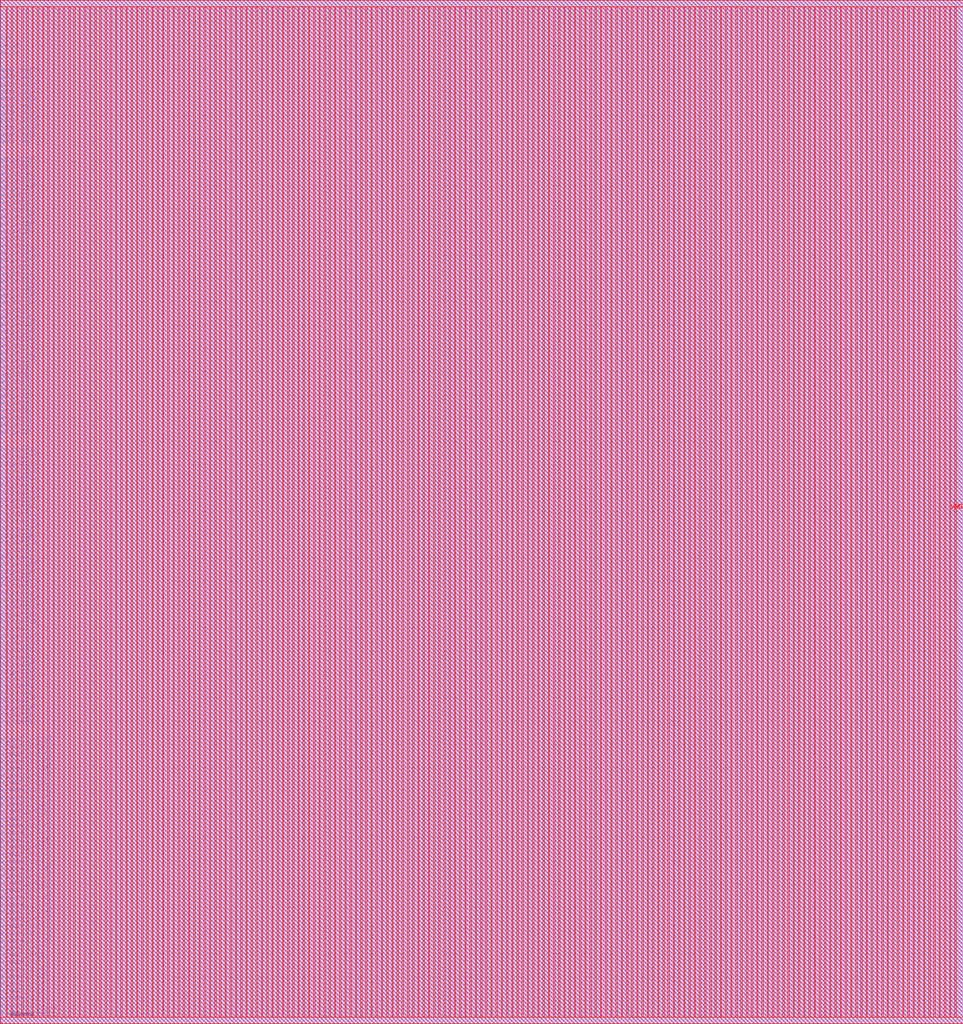
<source format=lef>
VERSION 5.7 ;
BUSBITCHARS "[]" ;
MACRO fakeram45_2048x39
  FOREIGN fakeram45_2048x39 0 0 ;
  SYMMETRY X Y R90 ;
  SIZE 206.910 BY 219.800 ;
  CLASS BLOCK ;
  PIN w_mask_in[0]
    DIRECTION INPUT ;
    USE SIGNAL ;
    SHAPE ABUTMENT ;
    PORT
      LAYER metal3 ;
      RECT 0.000 1.365 0.070 1.435 ;
    END
  END w_mask_in[0]
  PIN w_mask_in[1]
    DIRECTION INPUT ;
    USE SIGNAL ;
    SHAPE ABUTMENT ;
    PORT
      LAYER metal3 ;
      RECT 0.000 2.905 0.070 2.975 ;
    END
  END w_mask_in[1]
  PIN w_mask_in[2]
    DIRECTION INPUT ;
    USE SIGNAL ;
    SHAPE ABUTMENT ;
    PORT
      LAYER metal3 ;
      RECT 0.000 4.445 0.070 4.515 ;
    END
  END w_mask_in[2]
  PIN w_mask_in[3]
    DIRECTION INPUT ;
    USE SIGNAL ;
    SHAPE ABUTMENT ;
    PORT
      LAYER metal3 ;
      RECT 0.000 5.985 0.070 6.055 ;
    END
  END w_mask_in[3]
  PIN w_mask_in[4]
    DIRECTION INPUT ;
    USE SIGNAL ;
    SHAPE ABUTMENT ;
    PORT
      LAYER metal3 ;
      RECT 0.000 7.525 0.070 7.595 ;
    END
  END w_mask_in[4]
  PIN w_mask_in[5]
    DIRECTION INPUT ;
    USE SIGNAL ;
    SHAPE ABUTMENT ;
    PORT
      LAYER metal3 ;
      RECT 0.000 9.065 0.070 9.135 ;
    END
  END w_mask_in[5]
  PIN w_mask_in[6]
    DIRECTION INPUT ;
    USE SIGNAL ;
    SHAPE ABUTMENT ;
    PORT
      LAYER metal3 ;
      RECT 0.000 10.605 0.070 10.675 ;
    END
  END w_mask_in[6]
  PIN w_mask_in[7]
    DIRECTION INPUT ;
    USE SIGNAL ;
    SHAPE ABUTMENT ;
    PORT
      LAYER metal3 ;
      RECT 0.000 12.145 0.070 12.215 ;
    END
  END w_mask_in[7]
  PIN w_mask_in[8]
    DIRECTION INPUT ;
    USE SIGNAL ;
    SHAPE ABUTMENT ;
    PORT
      LAYER metal3 ;
      RECT 0.000 13.685 0.070 13.755 ;
    END
  END w_mask_in[8]
  PIN w_mask_in[9]
    DIRECTION INPUT ;
    USE SIGNAL ;
    SHAPE ABUTMENT ;
    PORT
      LAYER metal3 ;
      RECT 0.000 15.225 0.070 15.295 ;
    END
  END w_mask_in[9]
  PIN w_mask_in[10]
    DIRECTION INPUT ;
    USE SIGNAL ;
    SHAPE ABUTMENT ;
    PORT
      LAYER metal3 ;
      RECT 0.000 16.765 0.070 16.835 ;
    END
  END w_mask_in[10]
  PIN w_mask_in[11]
    DIRECTION INPUT ;
    USE SIGNAL ;
    SHAPE ABUTMENT ;
    PORT
      LAYER metal3 ;
      RECT 0.000 18.305 0.070 18.375 ;
    END
  END w_mask_in[11]
  PIN w_mask_in[12]
    DIRECTION INPUT ;
    USE SIGNAL ;
    SHAPE ABUTMENT ;
    PORT
      LAYER metal3 ;
      RECT 0.000 19.845 0.070 19.915 ;
    END
  END w_mask_in[12]
  PIN w_mask_in[13]
    DIRECTION INPUT ;
    USE SIGNAL ;
    SHAPE ABUTMENT ;
    PORT
      LAYER metal3 ;
      RECT 0.000 21.385 0.070 21.455 ;
    END
  END w_mask_in[13]
  PIN w_mask_in[14]
    DIRECTION INPUT ;
    USE SIGNAL ;
    SHAPE ABUTMENT ;
    PORT
      LAYER metal3 ;
      RECT 0.000 22.925 0.070 22.995 ;
    END
  END w_mask_in[14]
  PIN w_mask_in[15]
    DIRECTION INPUT ;
    USE SIGNAL ;
    SHAPE ABUTMENT ;
    PORT
      LAYER metal3 ;
      RECT 0.000 24.465 0.070 24.535 ;
    END
  END w_mask_in[15]
  PIN w_mask_in[16]
    DIRECTION INPUT ;
    USE SIGNAL ;
    SHAPE ABUTMENT ;
    PORT
      LAYER metal3 ;
      RECT 0.000 26.005 0.070 26.075 ;
    END
  END w_mask_in[16]
  PIN w_mask_in[17]
    DIRECTION INPUT ;
    USE SIGNAL ;
    SHAPE ABUTMENT ;
    PORT
      LAYER metal3 ;
      RECT 0.000 27.545 0.070 27.615 ;
    END
  END w_mask_in[17]
  PIN w_mask_in[18]
    DIRECTION INPUT ;
    USE SIGNAL ;
    SHAPE ABUTMENT ;
    PORT
      LAYER metal3 ;
      RECT 0.000 29.085 0.070 29.155 ;
    END
  END w_mask_in[18]
  PIN w_mask_in[19]
    DIRECTION INPUT ;
    USE SIGNAL ;
    SHAPE ABUTMENT ;
    PORT
      LAYER metal3 ;
      RECT 0.000 30.625 0.070 30.695 ;
    END
  END w_mask_in[19]
  PIN w_mask_in[20]
    DIRECTION INPUT ;
    USE SIGNAL ;
    SHAPE ABUTMENT ;
    PORT
      LAYER metal3 ;
      RECT 0.000 32.165 0.070 32.235 ;
    END
  END w_mask_in[20]
  PIN w_mask_in[21]
    DIRECTION INPUT ;
    USE SIGNAL ;
    SHAPE ABUTMENT ;
    PORT
      LAYER metal3 ;
      RECT 0.000 33.705 0.070 33.775 ;
    END
  END w_mask_in[21]
  PIN w_mask_in[22]
    DIRECTION INPUT ;
    USE SIGNAL ;
    SHAPE ABUTMENT ;
    PORT
      LAYER metal3 ;
      RECT 0.000 35.245 0.070 35.315 ;
    END
  END w_mask_in[22]
  PIN w_mask_in[23]
    DIRECTION INPUT ;
    USE SIGNAL ;
    SHAPE ABUTMENT ;
    PORT
      LAYER metal3 ;
      RECT 0.000 36.785 0.070 36.855 ;
    END
  END w_mask_in[23]
  PIN w_mask_in[24]
    DIRECTION INPUT ;
    USE SIGNAL ;
    SHAPE ABUTMENT ;
    PORT
      LAYER metal3 ;
      RECT 0.000 38.325 0.070 38.395 ;
    END
  END w_mask_in[24]
  PIN w_mask_in[25]
    DIRECTION INPUT ;
    USE SIGNAL ;
    SHAPE ABUTMENT ;
    PORT
      LAYER metal3 ;
      RECT 0.000 39.865 0.070 39.935 ;
    END
  END w_mask_in[25]
  PIN w_mask_in[26]
    DIRECTION INPUT ;
    USE SIGNAL ;
    SHAPE ABUTMENT ;
    PORT
      LAYER metal3 ;
      RECT 0.000 41.405 0.070 41.475 ;
    END
  END w_mask_in[26]
  PIN w_mask_in[27]
    DIRECTION INPUT ;
    USE SIGNAL ;
    SHAPE ABUTMENT ;
    PORT
      LAYER metal3 ;
      RECT 0.000 42.945 0.070 43.015 ;
    END
  END w_mask_in[27]
  PIN w_mask_in[28]
    DIRECTION INPUT ;
    USE SIGNAL ;
    SHAPE ABUTMENT ;
    PORT
      LAYER metal3 ;
      RECT 0.000 44.485 0.070 44.555 ;
    END
  END w_mask_in[28]
  PIN w_mask_in[29]
    DIRECTION INPUT ;
    USE SIGNAL ;
    SHAPE ABUTMENT ;
    PORT
      LAYER metal3 ;
      RECT 0.000 46.025 0.070 46.095 ;
    END
  END w_mask_in[29]
  PIN w_mask_in[30]
    DIRECTION INPUT ;
    USE SIGNAL ;
    SHAPE ABUTMENT ;
    PORT
      LAYER metal3 ;
      RECT 0.000 47.565 0.070 47.635 ;
    END
  END w_mask_in[30]
  PIN w_mask_in[31]
    DIRECTION INPUT ;
    USE SIGNAL ;
    SHAPE ABUTMENT ;
    PORT
      LAYER metal3 ;
      RECT 0.000 49.105 0.070 49.175 ;
    END
  END w_mask_in[31]
  PIN w_mask_in[32]
    DIRECTION INPUT ;
    USE SIGNAL ;
    SHAPE ABUTMENT ;
    PORT
      LAYER metal3 ;
      RECT 0.000 50.645 0.070 50.715 ;
    END
  END w_mask_in[32]
  PIN w_mask_in[33]
    DIRECTION INPUT ;
    USE SIGNAL ;
    SHAPE ABUTMENT ;
    PORT
      LAYER metal3 ;
      RECT 0.000 52.185 0.070 52.255 ;
    END
  END w_mask_in[33]
  PIN w_mask_in[34]
    DIRECTION INPUT ;
    USE SIGNAL ;
    SHAPE ABUTMENT ;
    PORT
      LAYER metal3 ;
      RECT 0.000 53.725 0.070 53.795 ;
    END
  END w_mask_in[34]
  PIN w_mask_in[35]
    DIRECTION INPUT ;
    USE SIGNAL ;
    SHAPE ABUTMENT ;
    PORT
      LAYER metal3 ;
      RECT 0.000 55.265 0.070 55.335 ;
    END
  END w_mask_in[35]
  PIN w_mask_in[36]
    DIRECTION INPUT ;
    USE SIGNAL ;
    SHAPE ABUTMENT ;
    PORT
      LAYER metal3 ;
      RECT 0.000 56.805 0.070 56.875 ;
    END
  END w_mask_in[36]
  PIN w_mask_in[37]
    DIRECTION INPUT ;
    USE SIGNAL ;
    SHAPE ABUTMENT ;
    PORT
      LAYER metal3 ;
      RECT 0.000 58.345 0.070 58.415 ;
    END
  END w_mask_in[37]
  PIN w_mask_in[38]
    DIRECTION INPUT ;
    USE SIGNAL ;
    SHAPE ABUTMENT ;
    PORT
      LAYER metal3 ;
      RECT 0.000 59.885 0.070 59.955 ;
    END
  END w_mask_in[38]
  PIN rd_out[0]
    DIRECTION OUTPUT ;
    USE SIGNAL ;
    SHAPE ABUTMENT ;
    PORT
      LAYER metal3 ;
      RECT 0.000 63.665 0.070 63.735 ;
    END
  END rd_out[0]
  PIN rd_out[1]
    DIRECTION OUTPUT ;
    USE SIGNAL ;
    SHAPE ABUTMENT ;
    PORT
      LAYER metal3 ;
      RECT 0.000 65.205 0.070 65.275 ;
    END
  END rd_out[1]
  PIN rd_out[2]
    DIRECTION OUTPUT ;
    USE SIGNAL ;
    SHAPE ABUTMENT ;
    PORT
      LAYER metal3 ;
      RECT 0.000 66.745 0.070 66.815 ;
    END
  END rd_out[2]
  PIN rd_out[3]
    DIRECTION OUTPUT ;
    USE SIGNAL ;
    SHAPE ABUTMENT ;
    PORT
      LAYER metal3 ;
      RECT 0.000 68.285 0.070 68.355 ;
    END
  END rd_out[3]
  PIN rd_out[4]
    DIRECTION OUTPUT ;
    USE SIGNAL ;
    SHAPE ABUTMENT ;
    PORT
      LAYER metal3 ;
      RECT 0.000 69.825 0.070 69.895 ;
    END
  END rd_out[4]
  PIN rd_out[5]
    DIRECTION OUTPUT ;
    USE SIGNAL ;
    SHAPE ABUTMENT ;
    PORT
      LAYER metal3 ;
      RECT 0.000 71.365 0.070 71.435 ;
    END
  END rd_out[5]
  PIN rd_out[6]
    DIRECTION OUTPUT ;
    USE SIGNAL ;
    SHAPE ABUTMENT ;
    PORT
      LAYER metal3 ;
      RECT 0.000 72.905 0.070 72.975 ;
    END
  END rd_out[6]
  PIN rd_out[7]
    DIRECTION OUTPUT ;
    USE SIGNAL ;
    SHAPE ABUTMENT ;
    PORT
      LAYER metal3 ;
      RECT 0.000 74.445 0.070 74.515 ;
    END
  END rd_out[7]
  PIN rd_out[8]
    DIRECTION OUTPUT ;
    USE SIGNAL ;
    SHAPE ABUTMENT ;
    PORT
      LAYER metal3 ;
      RECT 0.000 75.985 0.070 76.055 ;
    END
  END rd_out[8]
  PIN rd_out[9]
    DIRECTION OUTPUT ;
    USE SIGNAL ;
    SHAPE ABUTMENT ;
    PORT
      LAYER metal3 ;
      RECT 0.000 77.525 0.070 77.595 ;
    END
  END rd_out[9]
  PIN rd_out[10]
    DIRECTION OUTPUT ;
    USE SIGNAL ;
    SHAPE ABUTMENT ;
    PORT
      LAYER metal3 ;
      RECT 0.000 79.065 0.070 79.135 ;
    END
  END rd_out[10]
  PIN rd_out[11]
    DIRECTION OUTPUT ;
    USE SIGNAL ;
    SHAPE ABUTMENT ;
    PORT
      LAYER metal3 ;
      RECT 0.000 80.605 0.070 80.675 ;
    END
  END rd_out[11]
  PIN rd_out[12]
    DIRECTION OUTPUT ;
    USE SIGNAL ;
    SHAPE ABUTMENT ;
    PORT
      LAYER metal3 ;
      RECT 0.000 82.145 0.070 82.215 ;
    END
  END rd_out[12]
  PIN rd_out[13]
    DIRECTION OUTPUT ;
    USE SIGNAL ;
    SHAPE ABUTMENT ;
    PORT
      LAYER metal3 ;
      RECT 0.000 83.685 0.070 83.755 ;
    END
  END rd_out[13]
  PIN rd_out[14]
    DIRECTION OUTPUT ;
    USE SIGNAL ;
    SHAPE ABUTMENT ;
    PORT
      LAYER metal3 ;
      RECT 0.000 85.225 0.070 85.295 ;
    END
  END rd_out[14]
  PIN rd_out[15]
    DIRECTION OUTPUT ;
    USE SIGNAL ;
    SHAPE ABUTMENT ;
    PORT
      LAYER metal3 ;
      RECT 0.000 86.765 0.070 86.835 ;
    END
  END rd_out[15]
  PIN rd_out[16]
    DIRECTION OUTPUT ;
    USE SIGNAL ;
    SHAPE ABUTMENT ;
    PORT
      LAYER metal3 ;
      RECT 0.000 88.305 0.070 88.375 ;
    END
  END rd_out[16]
  PIN rd_out[17]
    DIRECTION OUTPUT ;
    USE SIGNAL ;
    SHAPE ABUTMENT ;
    PORT
      LAYER metal3 ;
      RECT 0.000 89.845 0.070 89.915 ;
    END
  END rd_out[17]
  PIN rd_out[18]
    DIRECTION OUTPUT ;
    USE SIGNAL ;
    SHAPE ABUTMENT ;
    PORT
      LAYER metal3 ;
      RECT 0.000 91.385 0.070 91.455 ;
    END
  END rd_out[18]
  PIN rd_out[19]
    DIRECTION OUTPUT ;
    USE SIGNAL ;
    SHAPE ABUTMENT ;
    PORT
      LAYER metal3 ;
      RECT 0.000 92.925 0.070 92.995 ;
    END
  END rd_out[19]
  PIN rd_out[20]
    DIRECTION OUTPUT ;
    USE SIGNAL ;
    SHAPE ABUTMENT ;
    PORT
      LAYER metal3 ;
      RECT 0.000 94.465 0.070 94.535 ;
    END
  END rd_out[20]
  PIN rd_out[21]
    DIRECTION OUTPUT ;
    USE SIGNAL ;
    SHAPE ABUTMENT ;
    PORT
      LAYER metal3 ;
      RECT 0.000 96.005 0.070 96.075 ;
    END
  END rd_out[21]
  PIN rd_out[22]
    DIRECTION OUTPUT ;
    USE SIGNAL ;
    SHAPE ABUTMENT ;
    PORT
      LAYER metal3 ;
      RECT 0.000 97.545 0.070 97.615 ;
    END
  END rd_out[22]
  PIN rd_out[23]
    DIRECTION OUTPUT ;
    USE SIGNAL ;
    SHAPE ABUTMENT ;
    PORT
      LAYER metal3 ;
      RECT 0.000 99.085 0.070 99.155 ;
    END
  END rd_out[23]
  PIN rd_out[24]
    DIRECTION OUTPUT ;
    USE SIGNAL ;
    SHAPE ABUTMENT ;
    PORT
      LAYER metal3 ;
      RECT 0.000 100.625 0.070 100.695 ;
    END
  END rd_out[24]
  PIN rd_out[25]
    DIRECTION OUTPUT ;
    USE SIGNAL ;
    SHAPE ABUTMENT ;
    PORT
      LAYER metal3 ;
      RECT 0.000 102.165 0.070 102.235 ;
    END
  END rd_out[25]
  PIN rd_out[26]
    DIRECTION OUTPUT ;
    USE SIGNAL ;
    SHAPE ABUTMENT ;
    PORT
      LAYER metal3 ;
      RECT 0.000 103.705 0.070 103.775 ;
    END
  END rd_out[26]
  PIN rd_out[27]
    DIRECTION OUTPUT ;
    USE SIGNAL ;
    SHAPE ABUTMENT ;
    PORT
      LAYER metal3 ;
      RECT 0.000 105.245 0.070 105.315 ;
    END
  END rd_out[27]
  PIN rd_out[28]
    DIRECTION OUTPUT ;
    USE SIGNAL ;
    SHAPE ABUTMENT ;
    PORT
      LAYER metal3 ;
      RECT 0.000 106.785 0.070 106.855 ;
    END
  END rd_out[28]
  PIN rd_out[29]
    DIRECTION OUTPUT ;
    USE SIGNAL ;
    SHAPE ABUTMENT ;
    PORT
      LAYER metal3 ;
      RECT 0.000 108.325 0.070 108.395 ;
    END
  END rd_out[29]
  PIN rd_out[30]
    DIRECTION OUTPUT ;
    USE SIGNAL ;
    SHAPE ABUTMENT ;
    PORT
      LAYER metal3 ;
      RECT 0.000 109.865 0.070 109.935 ;
    END
  END rd_out[30]
  PIN rd_out[31]
    DIRECTION OUTPUT ;
    USE SIGNAL ;
    SHAPE ABUTMENT ;
    PORT
      LAYER metal3 ;
      RECT 0.000 111.405 0.070 111.475 ;
    END
  END rd_out[31]
  PIN rd_out[32]
    DIRECTION OUTPUT ;
    USE SIGNAL ;
    SHAPE ABUTMENT ;
    PORT
      LAYER metal3 ;
      RECT 0.000 112.945 0.070 113.015 ;
    END
  END rd_out[32]
  PIN rd_out[33]
    DIRECTION OUTPUT ;
    USE SIGNAL ;
    SHAPE ABUTMENT ;
    PORT
      LAYER metal3 ;
      RECT 0.000 114.485 0.070 114.555 ;
    END
  END rd_out[33]
  PIN rd_out[34]
    DIRECTION OUTPUT ;
    USE SIGNAL ;
    SHAPE ABUTMENT ;
    PORT
      LAYER metal3 ;
      RECT 0.000 116.025 0.070 116.095 ;
    END
  END rd_out[34]
  PIN rd_out[35]
    DIRECTION OUTPUT ;
    USE SIGNAL ;
    SHAPE ABUTMENT ;
    PORT
      LAYER metal3 ;
      RECT 0.000 117.565 0.070 117.635 ;
    END
  END rd_out[35]
  PIN rd_out[36]
    DIRECTION OUTPUT ;
    USE SIGNAL ;
    SHAPE ABUTMENT ;
    PORT
      LAYER metal3 ;
      RECT 0.000 119.105 0.070 119.175 ;
    END
  END rd_out[36]
  PIN rd_out[37]
    DIRECTION OUTPUT ;
    USE SIGNAL ;
    SHAPE ABUTMENT ;
    PORT
      LAYER metal3 ;
      RECT 0.000 120.645 0.070 120.715 ;
    END
  END rd_out[37]
  PIN rd_out[38]
    DIRECTION OUTPUT ;
    USE SIGNAL ;
    SHAPE ABUTMENT ;
    PORT
      LAYER metal3 ;
      RECT 0.000 122.185 0.070 122.255 ;
    END
  END rd_out[38]
  PIN wd_in[0]
    DIRECTION INPUT ;
    USE SIGNAL ;
    SHAPE ABUTMENT ;
    PORT
      LAYER metal3 ;
      RECT 0.000 125.965 0.070 126.035 ;
    END
  END wd_in[0]
  PIN wd_in[1]
    DIRECTION INPUT ;
    USE SIGNAL ;
    SHAPE ABUTMENT ;
    PORT
      LAYER metal3 ;
      RECT 0.000 127.505 0.070 127.575 ;
    END
  END wd_in[1]
  PIN wd_in[2]
    DIRECTION INPUT ;
    USE SIGNAL ;
    SHAPE ABUTMENT ;
    PORT
      LAYER metal3 ;
      RECT 0.000 129.045 0.070 129.115 ;
    END
  END wd_in[2]
  PIN wd_in[3]
    DIRECTION INPUT ;
    USE SIGNAL ;
    SHAPE ABUTMENT ;
    PORT
      LAYER metal3 ;
      RECT 0.000 130.585 0.070 130.655 ;
    END
  END wd_in[3]
  PIN wd_in[4]
    DIRECTION INPUT ;
    USE SIGNAL ;
    SHAPE ABUTMENT ;
    PORT
      LAYER metal3 ;
      RECT 0.000 132.125 0.070 132.195 ;
    END
  END wd_in[4]
  PIN wd_in[5]
    DIRECTION INPUT ;
    USE SIGNAL ;
    SHAPE ABUTMENT ;
    PORT
      LAYER metal3 ;
      RECT 0.000 133.665 0.070 133.735 ;
    END
  END wd_in[5]
  PIN wd_in[6]
    DIRECTION INPUT ;
    USE SIGNAL ;
    SHAPE ABUTMENT ;
    PORT
      LAYER metal3 ;
      RECT 0.000 135.205 0.070 135.275 ;
    END
  END wd_in[6]
  PIN wd_in[7]
    DIRECTION INPUT ;
    USE SIGNAL ;
    SHAPE ABUTMENT ;
    PORT
      LAYER metal3 ;
      RECT 0.000 136.745 0.070 136.815 ;
    END
  END wd_in[7]
  PIN wd_in[8]
    DIRECTION INPUT ;
    USE SIGNAL ;
    SHAPE ABUTMENT ;
    PORT
      LAYER metal3 ;
      RECT 0.000 138.285 0.070 138.355 ;
    END
  END wd_in[8]
  PIN wd_in[9]
    DIRECTION INPUT ;
    USE SIGNAL ;
    SHAPE ABUTMENT ;
    PORT
      LAYER metal3 ;
      RECT 0.000 139.825 0.070 139.895 ;
    END
  END wd_in[9]
  PIN wd_in[10]
    DIRECTION INPUT ;
    USE SIGNAL ;
    SHAPE ABUTMENT ;
    PORT
      LAYER metal3 ;
      RECT 0.000 141.365 0.070 141.435 ;
    END
  END wd_in[10]
  PIN wd_in[11]
    DIRECTION INPUT ;
    USE SIGNAL ;
    SHAPE ABUTMENT ;
    PORT
      LAYER metal3 ;
      RECT 0.000 142.905 0.070 142.975 ;
    END
  END wd_in[11]
  PIN wd_in[12]
    DIRECTION INPUT ;
    USE SIGNAL ;
    SHAPE ABUTMENT ;
    PORT
      LAYER metal3 ;
      RECT 0.000 144.445 0.070 144.515 ;
    END
  END wd_in[12]
  PIN wd_in[13]
    DIRECTION INPUT ;
    USE SIGNAL ;
    SHAPE ABUTMENT ;
    PORT
      LAYER metal3 ;
      RECT 0.000 145.985 0.070 146.055 ;
    END
  END wd_in[13]
  PIN wd_in[14]
    DIRECTION INPUT ;
    USE SIGNAL ;
    SHAPE ABUTMENT ;
    PORT
      LAYER metal3 ;
      RECT 0.000 147.525 0.070 147.595 ;
    END
  END wd_in[14]
  PIN wd_in[15]
    DIRECTION INPUT ;
    USE SIGNAL ;
    SHAPE ABUTMENT ;
    PORT
      LAYER metal3 ;
      RECT 0.000 149.065 0.070 149.135 ;
    END
  END wd_in[15]
  PIN wd_in[16]
    DIRECTION INPUT ;
    USE SIGNAL ;
    SHAPE ABUTMENT ;
    PORT
      LAYER metal3 ;
      RECT 0.000 150.605 0.070 150.675 ;
    END
  END wd_in[16]
  PIN wd_in[17]
    DIRECTION INPUT ;
    USE SIGNAL ;
    SHAPE ABUTMENT ;
    PORT
      LAYER metal3 ;
      RECT 0.000 152.145 0.070 152.215 ;
    END
  END wd_in[17]
  PIN wd_in[18]
    DIRECTION INPUT ;
    USE SIGNAL ;
    SHAPE ABUTMENT ;
    PORT
      LAYER metal3 ;
      RECT 0.000 153.685 0.070 153.755 ;
    END
  END wd_in[18]
  PIN wd_in[19]
    DIRECTION INPUT ;
    USE SIGNAL ;
    SHAPE ABUTMENT ;
    PORT
      LAYER metal3 ;
      RECT 0.000 155.225 0.070 155.295 ;
    END
  END wd_in[19]
  PIN wd_in[20]
    DIRECTION INPUT ;
    USE SIGNAL ;
    SHAPE ABUTMENT ;
    PORT
      LAYER metal3 ;
      RECT 0.000 156.765 0.070 156.835 ;
    END
  END wd_in[20]
  PIN wd_in[21]
    DIRECTION INPUT ;
    USE SIGNAL ;
    SHAPE ABUTMENT ;
    PORT
      LAYER metal3 ;
      RECT 0.000 158.305 0.070 158.375 ;
    END
  END wd_in[21]
  PIN wd_in[22]
    DIRECTION INPUT ;
    USE SIGNAL ;
    SHAPE ABUTMENT ;
    PORT
      LAYER metal3 ;
      RECT 0.000 159.845 0.070 159.915 ;
    END
  END wd_in[22]
  PIN wd_in[23]
    DIRECTION INPUT ;
    USE SIGNAL ;
    SHAPE ABUTMENT ;
    PORT
      LAYER metal3 ;
      RECT 0.000 161.385 0.070 161.455 ;
    END
  END wd_in[23]
  PIN wd_in[24]
    DIRECTION INPUT ;
    USE SIGNAL ;
    SHAPE ABUTMENT ;
    PORT
      LAYER metal3 ;
      RECT 0.000 162.925 0.070 162.995 ;
    END
  END wd_in[24]
  PIN wd_in[25]
    DIRECTION INPUT ;
    USE SIGNAL ;
    SHAPE ABUTMENT ;
    PORT
      LAYER metal3 ;
      RECT 0.000 164.465 0.070 164.535 ;
    END
  END wd_in[25]
  PIN wd_in[26]
    DIRECTION INPUT ;
    USE SIGNAL ;
    SHAPE ABUTMENT ;
    PORT
      LAYER metal3 ;
      RECT 0.000 166.005 0.070 166.075 ;
    END
  END wd_in[26]
  PIN wd_in[27]
    DIRECTION INPUT ;
    USE SIGNAL ;
    SHAPE ABUTMENT ;
    PORT
      LAYER metal3 ;
      RECT 0.000 167.545 0.070 167.615 ;
    END
  END wd_in[27]
  PIN wd_in[28]
    DIRECTION INPUT ;
    USE SIGNAL ;
    SHAPE ABUTMENT ;
    PORT
      LAYER metal3 ;
      RECT 0.000 169.085 0.070 169.155 ;
    END
  END wd_in[28]
  PIN wd_in[29]
    DIRECTION INPUT ;
    USE SIGNAL ;
    SHAPE ABUTMENT ;
    PORT
      LAYER metal3 ;
      RECT 0.000 170.625 0.070 170.695 ;
    END
  END wd_in[29]
  PIN wd_in[30]
    DIRECTION INPUT ;
    USE SIGNAL ;
    SHAPE ABUTMENT ;
    PORT
      LAYER metal3 ;
      RECT 0.000 172.165 0.070 172.235 ;
    END
  END wd_in[30]
  PIN wd_in[31]
    DIRECTION INPUT ;
    USE SIGNAL ;
    SHAPE ABUTMENT ;
    PORT
      LAYER metal3 ;
      RECT 0.000 173.705 0.070 173.775 ;
    END
  END wd_in[31]
  PIN wd_in[32]
    DIRECTION INPUT ;
    USE SIGNAL ;
    SHAPE ABUTMENT ;
    PORT
      LAYER metal3 ;
      RECT 0.000 175.245 0.070 175.315 ;
    END
  END wd_in[32]
  PIN wd_in[33]
    DIRECTION INPUT ;
    USE SIGNAL ;
    SHAPE ABUTMENT ;
    PORT
      LAYER metal3 ;
      RECT 0.000 176.785 0.070 176.855 ;
    END
  END wd_in[33]
  PIN wd_in[34]
    DIRECTION INPUT ;
    USE SIGNAL ;
    SHAPE ABUTMENT ;
    PORT
      LAYER metal3 ;
      RECT 0.000 178.325 0.070 178.395 ;
    END
  END wd_in[34]
  PIN wd_in[35]
    DIRECTION INPUT ;
    USE SIGNAL ;
    SHAPE ABUTMENT ;
    PORT
      LAYER metal3 ;
      RECT 0.000 179.865 0.070 179.935 ;
    END
  END wd_in[35]
  PIN wd_in[36]
    DIRECTION INPUT ;
    USE SIGNAL ;
    SHAPE ABUTMENT ;
    PORT
      LAYER metal3 ;
      RECT 0.000 181.405 0.070 181.475 ;
    END
  END wd_in[36]
  PIN wd_in[37]
    DIRECTION INPUT ;
    USE SIGNAL ;
    SHAPE ABUTMENT ;
    PORT
      LAYER metal3 ;
      RECT 0.000 182.945 0.070 183.015 ;
    END
  END wd_in[37]
  PIN wd_in[38]
    DIRECTION INPUT ;
    USE SIGNAL ;
    SHAPE ABUTMENT ;
    PORT
      LAYER metal3 ;
      RECT 0.000 184.485 0.070 184.555 ;
    END
  END wd_in[38]
  PIN addr_in[0]
    DIRECTION INPUT ;
    USE SIGNAL ;
    SHAPE ABUTMENT ;
    PORT
      LAYER metal3 ;
      RECT 0.000 188.265 0.070 188.335 ;
    END
  END addr_in[0]
  PIN addr_in[1]
    DIRECTION INPUT ;
    USE SIGNAL ;
    SHAPE ABUTMENT ;
    PORT
      LAYER metal3 ;
      RECT 0.000 189.805 0.070 189.875 ;
    END
  END addr_in[1]
  PIN addr_in[2]
    DIRECTION INPUT ;
    USE SIGNAL ;
    SHAPE ABUTMENT ;
    PORT
      LAYER metal3 ;
      RECT 0.000 191.345 0.070 191.415 ;
    END
  END addr_in[2]
  PIN addr_in[3]
    DIRECTION INPUT ;
    USE SIGNAL ;
    SHAPE ABUTMENT ;
    PORT
      LAYER metal3 ;
      RECT 0.000 192.885 0.070 192.955 ;
    END
  END addr_in[3]
  PIN addr_in[4]
    DIRECTION INPUT ;
    USE SIGNAL ;
    SHAPE ABUTMENT ;
    PORT
      LAYER metal3 ;
      RECT 0.000 194.425 0.070 194.495 ;
    END
  END addr_in[4]
  PIN addr_in[5]
    DIRECTION INPUT ;
    USE SIGNAL ;
    SHAPE ABUTMENT ;
    PORT
      LAYER metal3 ;
      RECT 0.000 195.965 0.070 196.035 ;
    END
  END addr_in[5]
  PIN addr_in[6]
    DIRECTION INPUT ;
    USE SIGNAL ;
    SHAPE ABUTMENT ;
    PORT
      LAYER metal3 ;
      RECT 0.000 197.505 0.070 197.575 ;
    END
  END addr_in[6]
  PIN addr_in[7]
    DIRECTION INPUT ;
    USE SIGNAL ;
    SHAPE ABUTMENT ;
    PORT
      LAYER metal3 ;
      RECT 0.000 199.045 0.070 199.115 ;
    END
  END addr_in[7]
  PIN addr_in[8]
    DIRECTION INPUT ;
    USE SIGNAL ;
    SHAPE ABUTMENT ;
    PORT
      LAYER metal3 ;
      RECT 0.000 200.585 0.070 200.655 ;
    END
  END addr_in[8]
  PIN addr_in[9]
    DIRECTION INPUT ;
    USE SIGNAL ;
    SHAPE ABUTMENT ;
    PORT
      LAYER metal3 ;
      RECT 0.000 202.125 0.070 202.195 ;
    END
  END addr_in[9]
  PIN addr_in[10]
    DIRECTION INPUT ;
    USE SIGNAL ;
    SHAPE ABUTMENT ;
    PORT
      LAYER metal3 ;
      RECT 0.000 203.665 0.070 203.735 ;
    END
  END addr_in[10]
  PIN we_in
    DIRECTION INPUT ;
    USE SIGNAL ;
    SHAPE ABUTMENT ;
    PORT
      LAYER metal3 ;
      RECT 0.000 207.445 0.070 207.515 ;
    END
  END we_in
  PIN ce_in
    DIRECTION INPUT ;
    USE SIGNAL ;
    SHAPE ABUTMENT ;
    PORT
      LAYER metal3 ;
      RECT 0.000 208.985 0.070 209.055 ;
    END
  END ce_in
  PIN clk
    DIRECTION INPUT ;
    USE SIGNAL ;
    SHAPE ABUTMENT ;
    PORT
      LAYER metal3 ;
      RECT 0.000 210.525 0.070 210.595 ;
    END
  END clk
  PIN VSS
    DIRECTION INOUT ;
    USE GROUND ;
    PORT
      LAYER metal4 ;
      RECT 1.260 1.400 1.540 218.400 ;
      RECT 3.500 1.400 3.780 218.400 ;
      RECT 5.740 1.400 6.020 218.400 ;
      RECT 7.980 1.400 8.260 218.400 ;
      RECT 10.220 1.400 10.500 218.400 ;
      RECT 12.460 1.400 12.740 218.400 ;
      RECT 14.700 1.400 14.980 218.400 ;
      RECT 16.940 1.400 17.220 218.400 ;
      RECT 19.180 1.400 19.460 218.400 ;
      RECT 21.420 1.400 21.700 218.400 ;
      RECT 23.660 1.400 23.940 218.400 ;
      RECT 25.900 1.400 26.180 218.400 ;
      RECT 28.140 1.400 28.420 218.400 ;
      RECT 30.380 1.400 30.660 218.400 ;
      RECT 32.620 1.400 32.900 218.400 ;
      RECT 34.860 1.400 35.140 218.400 ;
      RECT 37.100 1.400 37.380 218.400 ;
      RECT 39.340 1.400 39.620 218.400 ;
      RECT 41.580 1.400 41.860 218.400 ;
      RECT 43.820 1.400 44.100 218.400 ;
      RECT 46.060 1.400 46.340 218.400 ;
      RECT 48.300 1.400 48.580 218.400 ;
      RECT 50.540 1.400 50.820 218.400 ;
      RECT 52.780 1.400 53.060 218.400 ;
      RECT 55.020 1.400 55.300 218.400 ;
      RECT 57.260 1.400 57.540 218.400 ;
      RECT 59.500 1.400 59.780 218.400 ;
      RECT 61.740 1.400 62.020 218.400 ;
      RECT 63.980 1.400 64.260 218.400 ;
      RECT 66.220 1.400 66.500 218.400 ;
      RECT 68.460 1.400 68.740 218.400 ;
      RECT 70.700 1.400 70.980 218.400 ;
      RECT 72.940 1.400 73.220 218.400 ;
      RECT 75.180 1.400 75.460 218.400 ;
      RECT 77.420 1.400 77.700 218.400 ;
      RECT 79.660 1.400 79.940 218.400 ;
      RECT 81.900 1.400 82.180 218.400 ;
      RECT 84.140 1.400 84.420 218.400 ;
      RECT 86.380 1.400 86.660 218.400 ;
      RECT 88.620 1.400 88.900 218.400 ;
      RECT 90.860 1.400 91.140 218.400 ;
      RECT 93.100 1.400 93.380 218.400 ;
      RECT 95.340 1.400 95.620 218.400 ;
      RECT 97.580 1.400 97.860 218.400 ;
      RECT 99.820 1.400 100.100 218.400 ;
      RECT 102.060 1.400 102.340 218.400 ;
      RECT 104.300 1.400 104.580 218.400 ;
      RECT 106.540 1.400 106.820 218.400 ;
      RECT 108.780 1.400 109.060 218.400 ;
      RECT 111.020 1.400 111.300 218.400 ;
      RECT 113.260 1.400 113.540 218.400 ;
      RECT 115.500 1.400 115.780 218.400 ;
      RECT 117.740 1.400 118.020 218.400 ;
      RECT 119.980 1.400 120.260 218.400 ;
      RECT 122.220 1.400 122.500 218.400 ;
      RECT 124.460 1.400 124.740 218.400 ;
      RECT 126.700 1.400 126.980 218.400 ;
      RECT 128.940 1.400 129.220 218.400 ;
      RECT 131.180 1.400 131.460 218.400 ;
      RECT 133.420 1.400 133.700 218.400 ;
      RECT 135.660 1.400 135.940 218.400 ;
      RECT 137.900 1.400 138.180 218.400 ;
      RECT 140.140 1.400 140.420 218.400 ;
      RECT 142.380 1.400 142.660 218.400 ;
      RECT 144.620 1.400 144.900 218.400 ;
      RECT 146.860 1.400 147.140 218.400 ;
      RECT 149.100 1.400 149.380 218.400 ;
      RECT 151.340 1.400 151.620 218.400 ;
      RECT 153.580 1.400 153.860 218.400 ;
      RECT 155.820 1.400 156.100 218.400 ;
      RECT 158.060 1.400 158.340 218.400 ;
      RECT 160.300 1.400 160.580 218.400 ;
      RECT 162.540 1.400 162.820 218.400 ;
      RECT 164.780 1.400 165.060 218.400 ;
      RECT 167.020 1.400 167.300 218.400 ;
      RECT 169.260 1.400 169.540 218.400 ;
      RECT 171.500 1.400 171.780 218.400 ;
      RECT 173.740 1.400 174.020 218.400 ;
      RECT 175.980 1.400 176.260 218.400 ;
      RECT 178.220 1.400 178.500 218.400 ;
      RECT 180.460 1.400 180.740 218.400 ;
      RECT 182.700 1.400 182.980 218.400 ;
      RECT 184.940 1.400 185.220 218.400 ;
      RECT 187.180 1.400 187.460 218.400 ;
      RECT 189.420 1.400 189.700 218.400 ;
      RECT 191.660 1.400 191.940 218.400 ;
      RECT 193.900 1.400 194.180 218.400 ;
      RECT 196.140 1.400 196.420 218.400 ;
      RECT 198.380 1.400 198.660 218.400 ;
      RECT 200.620 1.400 200.900 218.400 ;
      RECT 202.860 1.400 203.140 218.400 ;
      RECT 205.100 1.400 205.380 218.400 ;
    END
  END VSS
  PIN VDD
    DIRECTION INOUT ;
    USE POWER ;
    PORT
      LAYER metal4 ;
      RECT 2.380 1.400 2.660 218.400 ;
      RECT 4.620 1.400 4.900 218.400 ;
      RECT 6.860 1.400 7.140 218.400 ;
      RECT 9.100 1.400 9.380 218.400 ;
      RECT 11.340 1.400 11.620 218.400 ;
      RECT 13.580 1.400 13.860 218.400 ;
      RECT 15.820 1.400 16.100 218.400 ;
      RECT 18.060 1.400 18.340 218.400 ;
      RECT 20.300 1.400 20.580 218.400 ;
      RECT 22.540 1.400 22.820 218.400 ;
      RECT 24.780 1.400 25.060 218.400 ;
      RECT 27.020 1.400 27.300 218.400 ;
      RECT 29.260 1.400 29.540 218.400 ;
      RECT 31.500 1.400 31.780 218.400 ;
      RECT 33.740 1.400 34.020 218.400 ;
      RECT 35.980 1.400 36.260 218.400 ;
      RECT 38.220 1.400 38.500 218.400 ;
      RECT 40.460 1.400 40.740 218.400 ;
      RECT 42.700 1.400 42.980 218.400 ;
      RECT 44.940 1.400 45.220 218.400 ;
      RECT 47.180 1.400 47.460 218.400 ;
      RECT 49.420 1.400 49.700 218.400 ;
      RECT 51.660 1.400 51.940 218.400 ;
      RECT 53.900 1.400 54.180 218.400 ;
      RECT 56.140 1.400 56.420 218.400 ;
      RECT 58.380 1.400 58.660 218.400 ;
      RECT 60.620 1.400 60.900 218.400 ;
      RECT 62.860 1.400 63.140 218.400 ;
      RECT 65.100 1.400 65.380 218.400 ;
      RECT 67.340 1.400 67.620 218.400 ;
      RECT 69.580 1.400 69.860 218.400 ;
      RECT 71.820 1.400 72.100 218.400 ;
      RECT 74.060 1.400 74.340 218.400 ;
      RECT 76.300 1.400 76.580 218.400 ;
      RECT 78.540 1.400 78.820 218.400 ;
      RECT 80.780 1.400 81.060 218.400 ;
      RECT 83.020 1.400 83.300 218.400 ;
      RECT 85.260 1.400 85.540 218.400 ;
      RECT 87.500 1.400 87.780 218.400 ;
      RECT 89.740 1.400 90.020 218.400 ;
      RECT 91.980 1.400 92.260 218.400 ;
      RECT 94.220 1.400 94.500 218.400 ;
      RECT 96.460 1.400 96.740 218.400 ;
      RECT 98.700 1.400 98.980 218.400 ;
      RECT 100.940 1.400 101.220 218.400 ;
      RECT 103.180 1.400 103.460 218.400 ;
      RECT 105.420 1.400 105.700 218.400 ;
      RECT 107.660 1.400 107.940 218.400 ;
      RECT 109.900 1.400 110.180 218.400 ;
      RECT 112.140 1.400 112.420 218.400 ;
      RECT 114.380 1.400 114.660 218.400 ;
      RECT 116.620 1.400 116.900 218.400 ;
      RECT 118.860 1.400 119.140 218.400 ;
      RECT 121.100 1.400 121.380 218.400 ;
      RECT 123.340 1.400 123.620 218.400 ;
      RECT 125.580 1.400 125.860 218.400 ;
      RECT 127.820 1.400 128.100 218.400 ;
      RECT 130.060 1.400 130.340 218.400 ;
      RECT 132.300 1.400 132.580 218.400 ;
      RECT 134.540 1.400 134.820 218.400 ;
      RECT 136.780 1.400 137.060 218.400 ;
      RECT 139.020 1.400 139.300 218.400 ;
      RECT 141.260 1.400 141.540 218.400 ;
      RECT 143.500 1.400 143.780 218.400 ;
      RECT 145.740 1.400 146.020 218.400 ;
      RECT 147.980 1.400 148.260 218.400 ;
      RECT 150.220 1.400 150.500 218.400 ;
      RECT 152.460 1.400 152.740 218.400 ;
      RECT 154.700 1.400 154.980 218.400 ;
      RECT 156.940 1.400 157.220 218.400 ;
      RECT 159.180 1.400 159.460 218.400 ;
      RECT 161.420 1.400 161.700 218.400 ;
      RECT 163.660 1.400 163.940 218.400 ;
      RECT 165.900 1.400 166.180 218.400 ;
      RECT 168.140 1.400 168.420 218.400 ;
      RECT 170.380 1.400 170.660 218.400 ;
      RECT 172.620 1.400 172.900 218.400 ;
      RECT 174.860 1.400 175.140 218.400 ;
      RECT 177.100 1.400 177.380 218.400 ;
      RECT 179.340 1.400 179.620 218.400 ;
      RECT 181.580 1.400 181.860 218.400 ;
      RECT 183.820 1.400 184.100 218.400 ;
      RECT 186.060 1.400 186.340 218.400 ;
      RECT 188.300 1.400 188.580 218.400 ;
      RECT 190.540 1.400 190.820 218.400 ;
      RECT 192.780 1.400 193.060 218.400 ;
      RECT 195.020 1.400 195.300 218.400 ;
      RECT 197.260 1.400 197.540 218.400 ;
      RECT 199.500 1.400 199.780 218.400 ;
      RECT 201.740 1.400 202.020 218.400 ;
      RECT 203.980 1.400 204.260 218.400 ;
    END
  END VDD
  OBS
    LAYER metal1 ;
    RECT 0 0 206.910 219.800 ;
    LAYER metal2 ;
    RECT 0 0 206.910 219.800 ;
    LAYER metal3 ;
    RECT 0.070 0 206.910 219.800 ;
    RECT 0 0.000 0.070 1.365 ;
    RECT 0 1.435 0.070 2.905 ;
    RECT 0 2.975 0.070 4.445 ;
    RECT 0 4.515 0.070 5.985 ;
    RECT 0 6.055 0.070 7.525 ;
    RECT 0 7.595 0.070 9.065 ;
    RECT 0 9.135 0.070 10.605 ;
    RECT 0 10.675 0.070 12.145 ;
    RECT 0 12.215 0.070 13.685 ;
    RECT 0 13.755 0.070 15.225 ;
    RECT 0 15.295 0.070 16.765 ;
    RECT 0 16.835 0.070 18.305 ;
    RECT 0 18.375 0.070 19.845 ;
    RECT 0 19.915 0.070 21.385 ;
    RECT 0 21.455 0.070 22.925 ;
    RECT 0 22.995 0.070 24.465 ;
    RECT 0 24.535 0.070 26.005 ;
    RECT 0 26.075 0.070 27.545 ;
    RECT 0 27.615 0.070 29.085 ;
    RECT 0 29.155 0.070 30.625 ;
    RECT 0 30.695 0.070 32.165 ;
    RECT 0 32.235 0.070 33.705 ;
    RECT 0 33.775 0.070 35.245 ;
    RECT 0 35.315 0.070 36.785 ;
    RECT 0 36.855 0.070 38.325 ;
    RECT 0 38.395 0.070 39.865 ;
    RECT 0 39.935 0.070 41.405 ;
    RECT 0 41.475 0.070 42.945 ;
    RECT 0 43.015 0.070 44.485 ;
    RECT 0 44.555 0.070 46.025 ;
    RECT 0 46.095 0.070 47.565 ;
    RECT 0 47.635 0.070 49.105 ;
    RECT 0 49.175 0.070 50.645 ;
    RECT 0 50.715 0.070 52.185 ;
    RECT 0 52.255 0.070 53.725 ;
    RECT 0 53.795 0.070 55.265 ;
    RECT 0 55.335 0.070 56.805 ;
    RECT 0 56.875 0.070 58.345 ;
    RECT 0 58.415 0.070 59.885 ;
    RECT 0 59.955 0.070 63.665 ;
    RECT 0 63.735 0.070 65.205 ;
    RECT 0 65.275 0.070 66.745 ;
    RECT 0 66.815 0.070 68.285 ;
    RECT 0 68.355 0.070 69.825 ;
    RECT 0 69.895 0.070 71.365 ;
    RECT 0 71.435 0.070 72.905 ;
    RECT 0 72.975 0.070 74.445 ;
    RECT 0 74.515 0.070 75.985 ;
    RECT 0 76.055 0.070 77.525 ;
    RECT 0 77.595 0.070 79.065 ;
    RECT 0 79.135 0.070 80.605 ;
    RECT 0 80.675 0.070 82.145 ;
    RECT 0 82.215 0.070 83.685 ;
    RECT 0 83.755 0.070 85.225 ;
    RECT 0 85.295 0.070 86.765 ;
    RECT 0 86.835 0.070 88.305 ;
    RECT 0 88.375 0.070 89.845 ;
    RECT 0 89.915 0.070 91.385 ;
    RECT 0 91.455 0.070 92.925 ;
    RECT 0 92.995 0.070 94.465 ;
    RECT 0 94.535 0.070 96.005 ;
    RECT 0 96.075 0.070 97.545 ;
    RECT 0 97.615 0.070 99.085 ;
    RECT 0 99.155 0.070 100.625 ;
    RECT 0 100.695 0.070 102.165 ;
    RECT 0 102.235 0.070 103.705 ;
    RECT 0 103.775 0.070 105.245 ;
    RECT 0 105.315 0.070 106.785 ;
    RECT 0 106.855 0.070 108.325 ;
    RECT 0 108.395 0.070 109.865 ;
    RECT 0 109.935 0.070 111.405 ;
    RECT 0 111.475 0.070 112.945 ;
    RECT 0 113.015 0.070 114.485 ;
    RECT 0 114.555 0.070 116.025 ;
    RECT 0 116.095 0.070 117.565 ;
    RECT 0 117.635 0.070 119.105 ;
    RECT 0 119.175 0.070 120.645 ;
    RECT 0 120.715 0.070 122.185 ;
    RECT 0 122.255 0.070 125.965 ;
    RECT 0 126.035 0.070 127.505 ;
    RECT 0 127.575 0.070 129.045 ;
    RECT 0 129.115 0.070 130.585 ;
    RECT 0 130.655 0.070 132.125 ;
    RECT 0 132.195 0.070 133.665 ;
    RECT 0 133.735 0.070 135.205 ;
    RECT 0 135.275 0.070 136.745 ;
    RECT 0 136.815 0.070 138.285 ;
    RECT 0 138.355 0.070 139.825 ;
    RECT 0 139.895 0.070 141.365 ;
    RECT 0 141.435 0.070 142.905 ;
    RECT 0 142.975 0.070 144.445 ;
    RECT 0 144.515 0.070 145.985 ;
    RECT 0 146.055 0.070 147.525 ;
    RECT 0 147.595 0.070 149.065 ;
    RECT 0 149.135 0.070 150.605 ;
    RECT 0 150.675 0.070 152.145 ;
    RECT 0 152.215 0.070 153.685 ;
    RECT 0 153.755 0.070 155.225 ;
    RECT 0 155.295 0.070 156.765 ;
    RECT 0 156.835 0.070 158.305 ;
    RECT 0 158.375 0.070 159.845 ;
    RECT 0 159.915 0.070 161.385 ;
    RECT 0 161.455 0.070 162.925 ;
    RECT 0 162.995 0.070 164.465 ;
    RECT 0 164.535 0.070 166.005 ;
    RECT 0 166.075 0.070 167.545 ;
    RECT 0 167.615 0.070 169.085 ;
    RECT 0 169.155 0.070 170.625 ;
    RECT 0 170.695 0.070 172.165 ;
    RECT 0 172.235 0.070 173.705 ;
    RECT 0 173.775 0.070 175.245 ;
    RECT 0 175.315 0.070 176.785 ;
    RECT 0 176.855 0.070 178.325 ;
    RECT 0 178.395 0.070 179.865 ;
    RECT 0 179.935 0.070 181.405 ;
    RECT 0 181.475 0.070 182.945 ;
    RECT 0 183.015 0.070 184.485 ;
    RECT 0 184.555 0.070 188.265 ;
    RECT 0 188.335 0.070 189.805 ;
    RECT 0 189.875 0.070 191.345 ;
    RECT 0 191.415 0.070 192.885 ;
    RECT 0 192.955 0.070 194.425 ;
    RECT 0 194.495 0.070 195.965 ;
    RECT 0 196.035 0.070 197.505 ;
    RECT 0 197.575 0.070 199.045 ;
    RECT 0 199.115 0.070 200.585 ;
    RECT 0 200.655 0.070 202.125 ;
    RECT 0 202.195 0.070 203.665 ;
    RECT 0 203.735 0.070 207.445 ;
    RECT 0 207.515 0.070 208.985 ;
    RECT 0 209.055 0.070 210.525 ;
    RECT 0 210.595 0.070 219.800 ;
    LAYER metal4 ;
    RECT 0 0 206.910 1.400 ;
    RECT 0 218.400 206.910 219.800 ;
    RECT 0.000 1.400 1.260 218.400 ;
    RECT 1.540 1.400 2.380 218.400 ;
    RECT 2.660 1.400 3.500 218.400 ;
    RECT 3.780 1.400 4.620 218.400 ;
    RECT 4.900 1.400 5.740 218.400 ;
    RECT 6.020 1.400 6.860 218.400 ;
    RECT 7.140 1.400 7.980 218.400 ;
    RECT 8.260 1.400 9.100 218.400 ;
    RECT 9.380 1.400 10.220 218.400 ;
    RECT 10.500 1.400 11.340 218.400 ;
    RECT 11.620 1.400 12.460 218.400 ;
    RECT 12.740 1.400 13.580 218.400 ;
    RECT 13.860 1.400 14.700 218.400 ;
    RECT 14.980 1.400 15.820 218.400 ;
    RECT 16.100 1.400 16.940 218.400 ;
    RECT 17.220 1.400 18.060 218.400 ;
    RECT 18.340 1.400 19.180 218.400 ;
    RECT 19.460 1.400 20.300 218.400 ;
    RECT 20.580 1.400 21.420 218.400 ;
    RECT 21.700 1.400 22.540 218.400 ;
    RECT 22.820 1.400 23.660 218.400 ;
    RECT 23.940 1.400 24.780 218.400 ;
    RECT 25.060 1.400 25.900 218.400 ;
    RECT 26.180 1.400 27.020 218.400 ;
    RECT 27.300 1.400 28.140 218.400 ;
    RECT 28.420 1.400 29.260 218.400 ;
    RECT 29.540 1.400 30.380 218.400 ;
    RECT 30.660 1.400 31.500 218.400 ;
    RECT 31.780 1.400 32.620 218.400 ;
    RECT 32.900 1.400 33.740 218.400 ;
    RECT 34.020 1.400 34.860 218.400 ;
    RECT 35.140 1.400 35.980 218.400 ;
    RECT 36.260 1.400 37.100 218.400 ;
    RECT 37.380 1.400 38.220 218.400 ;
    RECT 38.500 1.400 39.340 218.400 ;
    RECT 39.620 1.400 40.460 218.400 ;
    RECT 40.740 1.400 41.580 218.400 ;
    RECT 41.860 1.400 42.700 218.400 ;
    RECT 42.980 1.400 43.820 218.400 ;
    RECT 44.100 1.400 44.940 218.400 ;
    RECT 45.220 1.400 46.060 218.400 ;
    RECT 46.340 1.400 47.180 218.400 ;
    RECT 47.460 1.400 48.300 218.400 ;
    RECT 48.580 1.400 49.420 218.400 ;
    RECT 49.700 1.400 50.540 218.400 ;
    RECT 50.820 1.400 51.660 218.400 ;
    RECT 51.940 1.400 52.780 218.400 ;
    RECT 53.060 1.400 53.900 218.400 ;
    RECT 54.180 1.400 55.020 218.400 ;
    RECT 55.300 1.400 56.140 218.400 ;
    RECT 56.420 1.400 57.260 218.400 ;
    RECT 57.540 1.400 58.380 218.400 ;
    RECT 58.660 1.400 59.500 218.400 ;
    RECT 59.780 1.400 60.620 218.400 ;
    RECT 60.900 1.400 61.740 218.400 ;
    RECT 62.020 1.400 62.860 218.400 ;
    RECT 63.140 1.400 63.980 218.400 ;
    RECT 64.260 1.400 65.100 218.400 ;
    RECT 65.380 1.400 66.220 218.400 ;
    RECT 66.500 1.400 67.340 218.400 ;
    RECT 67.620 1.400 68.460 218.400 ;
    RECT 68.740 1.400 69.580 218.400 ;
    RECT 69.860 1.400 70.700 218.400 ;
    RECT 70.980 1.400 71.820 218.400 ;
    RECT 72.100 1.400 72.940 218.400 ;
    RECT 73.220 1.400 74.060 218.400 ;
    RECT 74.340 1.400 75.180 218.400 ;
    RECT 75.460 1.400 76.300 218.400 ;
    RECT 76.580 1.400 77.420 218.400 ;
    RECT 77.700 1.400 78.540 218.400 ;
    RECT 78.820 1.400 79.660 218.400 ;
    RECT 79.940 1.400 80.780 218.400 ;
    RECT 81.060 1.400 81.900 218.400 ;
    RECT 82.180 1.400 83.020 218.400 ;
    RECT 83.300 1.400 84.140 218.400 ;
    RECT 84.420 1.400 85.260 218.400 ;
    RECT 85.540 1.400 86.380 218.400 ;
    RECT 86.660 1.400 87.500 218.400 ;
    RECT 87.780 1.400 88.620 218.400 ;
    RECT 88.900 1.400 89.740 218.400 ;
    RECT 90.020 1.400 90.860 218.400 ;
    RECT 91.140 1.400 91.980 218.400 ;
    RECT 92.260 1.400 93.100 218.400 ;
    RECT 93.380 1.400 94.220 218.400 ;
    RECT 94.500 1.400 95.340 218.400 ;
    RECT 95.620 1.400 96.460 218.400 ;
    RECT 96.740 1.400 97.580 218.400 ;
    RECT 97.860 1.400 98.700 218.400 ;
    RECT 98.980 1.400 99.820 218.400 ;
    RECT 100.100 1.400 100.940 218.400 ;
    RECT 101.220 1.400 102.060 218.400 ;
    RECT 102.340 1.400 103.180 218.400 ;
    RECT 103.460 1.400 104.300 218.400 ;
    RECT 104.580 1.400 105.420 218.400 ;
    RECT 105.700 1.400 106.540 218.400 ;
    RECT 106.820 1.400 107.660 218.400 ;
    RECT 107.940 1.400 108.780 218.400 ;
    RECT 109.060 1.400 109.900 218.400 ;
    RECT 110.180 1.400 111.020 218.400 ;
    RECT 111.300 1.400 112.140 218.400 ;
    RECT 112.420 1.400 113.260 218.400 ;
    RECT 113.540 1.400 114.380 218.400 ;
    RECT 114.660 1.400 115.500 218.400 ;
    RECT 115.780 1.400 116.620 218.400 ;
    RECT 116.900 1.400 117.740 218.400 ;
    RECT 118.020 1.400 118.860 218.400 ;
    RECT 119.140 1.400 119.980 218.400 ;
    RECT 120.260 1.400 121.100 218.400 ;
    RECT 121.380 1.400 122.220 218.400 ;
    RECT 122.500 1.400 123.340 218.400 ;
    RECT 123.620 1.400 124.460 218.400 ;
    RECT 124.740 1.400 125.580 218.400 ;
    RECT 125.860 1.400 126.700 218.400 ;
    RECT 126.980 1.400 127.820 218.400 ;
    RECT 128.100 1.400 128.940 218.400 ;
    RECT 129.220 1.400 130.060 218.400 ;
    RECT 130.340 1.400 131.180 218.400 ;
    RECT 131.460 1.400 132.300 218.400 ;
    RECT 132.580 1.400 133.420 218.400 ;
    RECT 133.700 1.400 134.540 218.400 ;
    RECT 134.820 1.400 135.660 218.400 ;
    RECT 135.940 1.400 136.780 218.400 ;
    RECT 137.060 1.400 137.900 218.400 ;
    RECT 138.180 1.400 139.020 218.400 ;
    RECT 139.300 1.400 140.140 218.400 ;
    RECT 140.420 1.400 141.260 218.400 ;
    RECT 141.540 1.400 142.380 218.400 ;
    RECT 142.660 1.400 143.500 218.400 ;
    RECT 143.780 1.400 144.620 218.400 ;
    RECT 144.900 1.400 145.740 218.400 ;
    RECT 146.020 1.400 146.860 218.400 ;
    RECT 147.140 1.400 147.980 218.400 ;
    RECT 148.260 1.400 149.100 218.400 ;
    RECT 149.380 1.400 150.220 218.400 ;
    RECT 150.500 1.400 151.340 218.400 ;
    RECT 151.620 1.400 152.460 218.400 ;
    RECT 152.740 1.400 153.580 218.400 ;
    RECT 153.860 1.400 154.700 218.400 ;
    RECT 154.980 1.400 155.820 218.400 ;
    RECT 156.100 1.400 156.940 218.400 ;
    RECT 157.220 1.400 158.060 218.400 ;
    RECT 158.340 1.400 159.180 218.400 ;
    RECT 159.460 1.400 160.300 218.400 ;
    RECT 160.580 1.400 161.420 218.400 ;
    RECT 161.700 1.400 162.540 218.400 ;
    RECT 162.820 1.400 163.660 218.400 ;
    RECT 163.940 1.400 164.780 218.400 ;
    RECT 165.060 1.400 165.900 218.400 ;
    RECT 166.180 1.400 167.020 218.400 ;
    RECT 167.300 1.400 168.140 218.400 ;
    RECT 168.420 1.400 169.260 218.400 ;
    RECT 169.540 1.400 170.380 218.400 ;
    RECT 170.660 1.400 171.500 218.400 ;
    RECT 171.780 1.400 172.620 218.400 ;
    RECT 172.900 1.400 173.740 218.400 ;
    RECT 174.020 1.400 174.860 218.400 ;
    RECT 175.140 1.400 175.980 218.400 ;
    RECT 176.260 1.400 177.100 218.400 ;
    RECT 177.380 1.400 178.220 218.400 ;
    RECT 178.500 1.400 179.340 218.400 ;
    RECT 179.620 1.400 180.460 218.400 ;
    RECT 180.740 1.400 181.580 218.400 ;
    RECT 181.860 1.400 182.700 218.400 ;
    RECT 182.980 1.400 183.820 218.400 ;
    RECT 184.100 1.400 184.940 218.400 ;
    RECT 185.220 1.400 186.060 218.400 ;
    RECT 186.340 1.400 187.180 218.400 ;
    RECT 187.460 1.400 188.300 218.400 ;
    RECT 188.580 1.400 189.420 218.400 ;
    RECT 189.700 1.400 190.540 218.400 ;
    RECT 190.820 1.400 191.660 218.400 ;
    RECT 191.940 1.400 192.780 218.400 ;
    RECT 193.060 1.400 193.900 218.400 ;
    RECT 194.180 1.400 195.020 218.400 ;
    RECT 195.300 1.400 196.140 218.400 ;
    RECT 196.420 1.400 197.260 218.400 ;
    RECT 197.540 1.400 198.380 218.400 ;
    RECT 198.660 1.400 199.500 218.400 ;
    RECT 199.780 1.400 200.620 218.400 ;
    RECT 200.900 1.400 201.740 218.400 ;
    RECT 202.020 1.400 202.860 218.400 ;
    RECT 203.140 1.400 203.980 218.400 ;
    RECT 204.260 1.400 205.100 218.400 ;
    RECT 205.380 1.400 206.910 218.400 ;
    LAYER OVERLAP ;
    RECT 0 0 206.910 219.800 ;
  END
END fakeram45_2048x39

END LIBRARY

</source>
